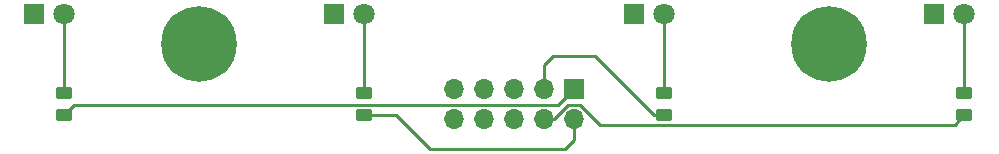
<source format=gbr>
%TF.GenerationSoftware,KiCad,Pcbnew,7.0.6*%
%TF.CreationDate,2023-11-23T12:57:34+01:00*%
%TF.ProjectId,ledpanel,6c656470-616e-4656-9c2e-6b696361645f,1*%
%TF.SameCoordinates,Original*%
%TF.FileFunction,Copper,L1,Top*%
%TF.FilePolarity,Positive*%
%FSLAX46Y46*%
G04 Gerber Fmt 4.6, Leading zero omitted, Abs format (unit mm)*
G04 Created by KiCad (PCBNEW 7.0.6) date 2023-11-23 12:57:34*
%MOMM*%
%LPD*%
G01*
G04 APERTURE LIST*
G04 Aperture macros list*
%AMRoundRect*
0 Rectangle with rounded corners*
0 $1 Rounding radius*
0 $2 $3 $4 $5 $6 $7 $8 $9 X,Y pos of 4 corners*
0 Add a 4 corners polygon primitive as box body*
4,1,4,$2,$3,$4,$5,$6,$7,$8,$9,$2,$3,0*
0 Add four circle primitives for the rounded corners*
1,1,$1+$1,$2,$3*
1,1,$1+$1,$4,$5*
1,1,$1+$1,$6,$7*
1,1,$1+$1,$8,$9*
0 Add four rect primitives between the rounded corners*
20,1,$1+$1,$2,$3,$4,$5,0*
20,1,$1+$1,$4,$5,$6,$7,0*
20,1,$1+$1,$6,$7,$8,$9,0*
20,1,$1+$1,$8,$9,$2,$3,0*%
G04 Aperture macros list end*
%TA.AperFunction,SMDPad,CuDef*%
%ADD10RoundRect,0.250000X0.450000X-0.262500X0.450000X0.262500X-0.450000X0.262500X-0.450000X-0.262500X0*%
%TD*%
%TA.AperFunction,ComponentPad*%
%ADD11C,0.800000*%
%TD*%
%TA.AperFunction,ComponentPad*%
%ADD12C,6.400000*%
%TD*%
%TA.AperFunction,ComponentPad*%
%ADD13R,1.800000X1.800000*%
%TD*%
%TA.AperFunction,ComponentPad*%
%ADD14C,1.800000*%
%TD*%
%TA.AperFunction,ComponentPad*%
%ADD15R,1.700000X1.700000*%
%TD*%
%TA.AperFunction,ComponentPad*%
%ADD16O,1.700000X1.700000*%
%TD*%
%TA.AperFunction,SMDPad,CuDef*%
%ADD17RoundRect,0.250000X-0.450000X0.262500X-0.450000X-0.262500X0.450000X-0.262500X0.450000X0.262500X0*%
%TD*%
%TA.AperFunction,Conductor*%
%ADD18C,0.250000*%
%TD*%
G04 APERTURE END LIST*
D10*
%TO.P,R5,1*%
%TO.N,N/C*%
X107950000Y-107592500D03*
%TO.P,R5,2*%
X107950000Y-105767500D03*
%TD*%
D11*
%TO.P,REF\u002A\u002A,1*%
%TO.N,N/C*%
X116980000Y-101600000D03*
X117682944Y-99902944D03*
X117682944Y-103297056D03*
X119380000Y-99200000D03*
D12*
X119380000Y-101600000D03*
D11*
X119380000Y-104000000D03*
X121077056Y-99902944D03*
X121077056Y-103297056D03*
X121780000Y-101600000D03*
%TD*%
D10*
%TO.P,R3,1*%
%TO.N,N/C*%
X158750000Y-107592500D03*
%TO.P,R3,2*%
X158750000Y-105767500D03*
%TD*%
D13*
%TO.P,D1,1,K*%
%TO.N,N/C*%
X105405000Y-99060000D03*
D14*
%TO.P,D1,2,A*%
X107945000Y-99060000D03*
%TD*%
D15*
%TO.P,J20,1,Pin_1*%
%TO.N,N/C*%
X151100000Y-105390000D03*
D16*
%TO.P,J20,2,Pin_2*%
X151100000Y-107930000D03*
%TO.P,J20,3,Pin_3*%
X148560000Y-105390000D03*
%TO.P,J20,4,Pin_4*%
X148560000Y-107930000D03*
%TO.P,J20,5,Pin_5*%
X146020000Y-105390000D03*
%TO.P,J20,6,Pin_6*%
X146020000Y-107930000D03*
%TO.P,J20,7,Pin_7*%
X143480000Y-105390000D03*
%TO.P,J20,8,Pin_8*%
X143480000Y-107930000D03*
%TO.P,J20,9,Pin_9*%
X140940000Y-105390000D03*
%TO.P,J20,10,Pin_10*%
X140940000Y-107930000D03*
%TD*%
D17*
%TO.P,R1,1*%
%TO.N,N/C*%
X184150000Y-105767500D03*
%TO.P,R1,2*%
X184150000Y-107592500D03*
%TD*%
D13*
%TO.P,D3,1,K*%
%TO.N,N/C*%
X156205000Y-99060000D03*
D14*
%TO.P,D3,2,A*%
X158745000Y-99060000D03*
%TD*%
D13*
%TO.P,D4,1,K*%
%TO.N,N/C*%
X181605000Y-99060000D03*
D14*
%TO.P,D4,2,A*%
X184145000Y-99060000D03*
%TD*%
D11*
%TO.P,REF\u002A\u002A,1*%
%TO.N,N/C*%
X170320000Y-101600000D03*
X171022944Y-99902944D03*
X171022944Y-103297056D03*
X172720000Y-99200000D03*
D12*
X172720000Y-101600000D03*
D11*
X172720000Y-104000000D03*
X174417056Y-99902944D03*
X174417056Y-103297056D03*
X175120000Y-101600000D03*
%TD*%
D10*
%TO.P,R4,1*%
%TO.N,N/C*%
X133350000Y-107592500D03*
%TO.P,R4,2*%
X133350000Y-105767500D03*
%TD*%
D13*
%TO.P,D2,1,K*%
%TO.N,N/C*%
X130805000Y-99060000D03*
D14*
%TO.P,D2,2,A*%
X133345000Y-99060000D03*
%TD*%
D18*
%TO.N,*%
X150547000Y-106755000D02*
X149372000Y-107930000D01*
X183312500Y-108430000D02*
X153261701Y-108430000D01*
X158750000Y-107592500D02*
X157884500Y-107592500D01*
X153261701Y-108430000D02*
X151586701Y-106755000D01*
X151100000Y-109758000D02*
X151100000Y-107930000D01*
X107950000Y-107592500D02*
X108787500Y-106755000D01*
X133350000Y-107592500D02*
X136040500Y-107592500D01*
X184150000Y-107592500D02*
X183312500Y-108430000D01*
X149372000Y-107930000D02*
X148560000Y-107930000D01*
X138938000Y-110490000D02*
X150368000Y-110490000D01*
X149352000Y-102616000D02*
X148560000Y-103408000D01*
X152908000Y-102616000D02*
X149352000Y-102616000D01*
X148560000Y-103408000D02*
X148560000Y-105390000D01*
X108787500Y-106755000D02*
X149735000Y-106755000D01*
X149735000Y-106755000D02*
X151100000Y-105390000D01*
X157884500Y-107592500D02*
X152908000Y-102616000D01*
X136040500Y-107592500D02*
X138938000Y-110490000D01*
X151586701Y-106755000D02*
X150547000Y-106755000D01*
X150368000Y-110490000D02*
X151100000Y-109758000D01*
X133345000Y-105762500D02*
X133345000Y-99060000D01*
X133350000Y-105767500D02*
X133345000Y-105762500D01*
X107950000Y-105767500D02*
X107945000Y-105762500D01*
X184150000Y-105767500D02*
X184145000Y-105762500D01*
X158745000Y-105762500D02*
X158750000Y-105767500D01*
X184145000Y-105762500D02*
X184145000Y-99060000D01*
X158745000Y-99060000D02*
X158745000Y-105762500D01*
X107945000Y-105762500D02*
X107945000Y-99060000D01*
%TD*%
M02*

</source>
